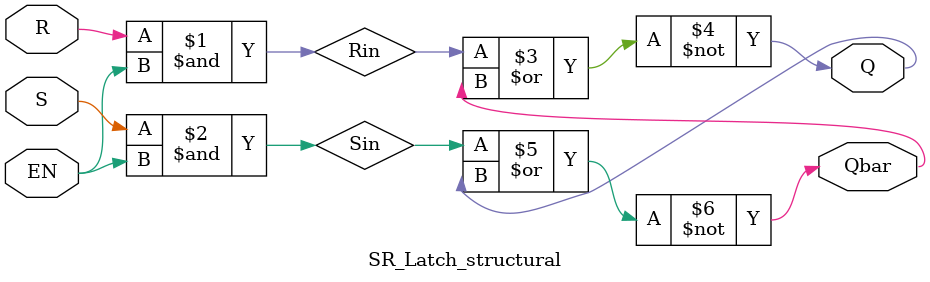
<source format=v>
module SR_Latch_structural(
  input R, S, EN,
  output Q, Qbar
);
  wire Rin, Sin;
  and(Rin, R, EN);
  and(Sin, S, EN);
  nor(Q, Rin, Qbar);
  nor(Qbar, Sin, Q);
endmodule

</source>
